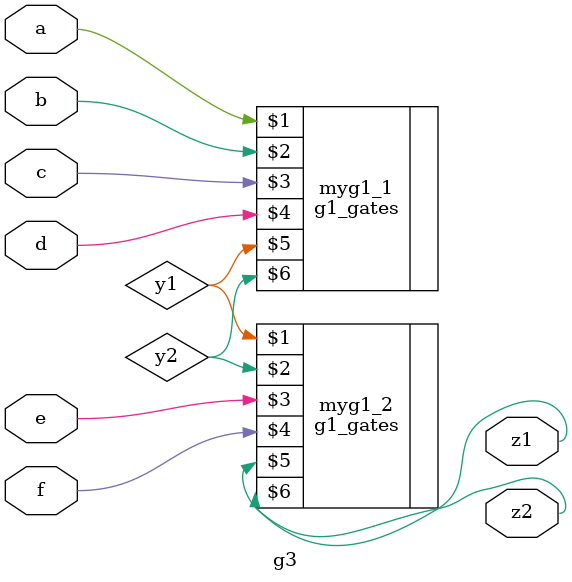
<source format=v>
`timescale 1ns / 1ps

module g3(
    input a,
    input b,
    input c,
    input d,
    input e,
    input f,
    output z1,
    output z2
    );

	g1_gates myg1_1(a,b,c,d, y1, y2);
	g1_gates myg1_2(y1,y2,e,f,z1,z2);
	
		
endmodule

</source>
